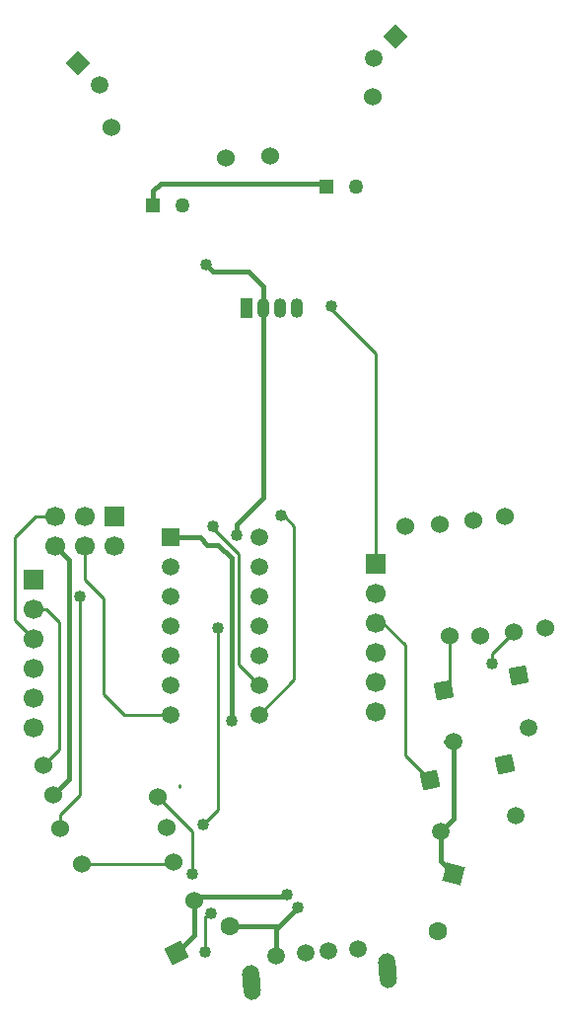
<source format=gbr>
G04 DipTrace 3.3.1.3*
G04 Top.gbr*
%MOIN*%
G04 #@! TF.FileFunction,Copper,L1,Top*
G04 #@! TF.Part,Single*
%AMOUTLINE0*
4,1,4,
0.038575,0.022272,
0.022272,-0.038575,
-0.038575,-0.022272,
-0.022272,0.038575,
0.038575,0.022272,
0*%
%AMOUTLINE3*
4,1,4,
-0.042341,0.013828,
0.013828,0.042341,
0.042341,-0.013828,
-0.013828,-0.042341,
-0.042341,0.013828,
0*%
%AMOUTLINE6*
4,1,4,
0.0,-0.041759,
-0.041759,0.0,
0.0,0.041759,
0.041759,0.0,
0.0,-0.041759,
0*%
%AMOUTLINE9*
4,1,4,
-0.041759,0.0,
0.0,0.041759,
0.041759,0.0,
0.0,-0.041759,
-0.041759,0.0,
0*%
%AMOUTLINE12*
4,1,4,
-0.023433,-0.034563,
-0.034563,0.023433,
0.023433,0.034563,
0.034563,-0.023433,
-0.023433,-0.034563,
0*%
%AMOUTLINE15*
4,1,4,
-0.022755,-0.035014,
-0.035014,0.022755,
0.022755,0.035014,
0.035014,-0.022755,
-0.022755,-0.035014,
0*%
%AMOUTLINE18*
4,1,16,
-0.026997,-0.031857,
-0.023029,-0.044385,
-0.014018,-0.05395,
-0.001749,-0.058657,
0.011346,-0.057576,
0.022677,-0.05092,
0.029997,-0.040007,
0.031857,-0.026997,
0.026997,0.031857,
0.023029,0.044385,
0.014018,0.05395,
0.001749,0.058657,
-0.011346,0.057576,
-0.022677,0.05092,
-0.029997,0.040007,
-0.031857,0.026997,
-0.026997,-0.031857,
0*%
G04 #@! TA.AperFunction,Conductor*
%ADD13C,0.01*%
%ADD14C,0.015*%
G04 #@! TA.AperFunction,ComponentPad*
%ADD18C,0.062992*%
%ADD19C,0.05*%
%ADD20R,0.05X0.05*%
%ADD21O,0.041339X0.066929*%
%ADD22R,0.041339X0.066929*%
%ADD23C,0.059055*%
%ADD24R,0.066929X0.066929*%
%ADD25C,0.066929*%
%ADD26C,0.06*%
%ADD27C,0.06*%
%ADD29C,0.059055*%
%ADD30R,0.059055X0.059055*%
G04 #@! TA.AperFunction,ViaPad*
%ADD34C,0.04*%
G04 #@! TA.AperFunction,ComponentPad*
%ADD84OUTLINE0*%
%ADD87OUTLINE3*%
%ADD90OUTLINE6*%
%ADD93OUTLINE9*%
%ADD96OUTLINE12*%
%ADD99OUTLINE15*%
%ADD102OUTLINE18*%
%FSLAX26Y26*%
G04*
G70*
G90*
G75*
G01*
G04 Top*
%LPD*%
X713393Y1985283D2*
D13*
Y1872784D1*
X775876Y1810301D1*
Y1485335D1*
X844682Y1416529D1*
X1000852D1*
X2088238Y1591574D2*
Y1622582D1*
X2162553Y1696897D1*
X1944419Y1683175D2*
Y1518221D1*
X1926506Y1500308D1*
X1694146Y1728154D2*
X1719567D1*
X1794519Y1653203D1*
Y1280645D1*
X1879914Y1195250D1*
X1163335Y1710312D2*
Y1097876D1*
X1113340Y1047881D1*
X1544545Y2797697D2*
Y2785199D1*
X1694146Y2635598D1*
Y1928154D1*
X1144587Y2054025D2*
X1141462Y2050901D1*
X1232078Y1960285D1*
Y1585304D1*
X1300852Y1516529D1*
X1959897Y1326317D2*
D14*
X1933216Y1326330D1*
X1916693Y1021944D2*
Y921938D1*
X1958329Y880304D1*
X1959897Y1326317D2*
Y1065146D1*
X1916693Y1021944D1*
X1933216Y1038465D2*
X1916693Y1021944D1*
X1000852Y2016529D2*
X1100842D1*
X1125839Y1991532D1*
X1163335D1*
X1207081Y1947787D1*
Y1397844D1*
X1314473Y2791284D2*
Y2862249D1*
X1264536Y2912186D1*
X1145798D1*
X1120801Y2937183D1*
X1082094Y791658D2*
Y673238D1*
X1022493Y613637D1*
X1314473Y2791284D2*
Y2148919D1*
X1225829Y2060275D1*
Y2022779D1*
X1394561Y810406D2*
Y804157D1*
X1094592D1*
X1082094Y791658D1*
X942791Y3136704D2*
Y3185913D1*
X967032Y3210154D1*
X1517562D1*
X1529321Y3198396D1*
X613393Y1985283D2*
X657138Y1941537D1*
Y1200432D1*
X604464Y1147758D1*
X1360175Y604343D2*
Y694779D1*
X1369564Y704167D1*
X1432057Y766661D1*
X1200831Y704167D2*
X1369564D1*
X1010760Y919497D2*
D13*
X997455D1*
X990036Y912078D1*
X700650D1*
X627157Y1032843D2*
Y1080393D1*
X694634Y1147871D1*
Y1816550D1*
X536956Y1774575D2*
X580376D1*
X625892Y1729060D1*
Y1300621D1*
X570852Y1245582D1*
X957107Y1141621D2*
X1075844Y1022884D1*
Y879149D1*
X1138338Y747913D2*
X1132088D1*
X1119590Y735414D1*
Y616676D1*
X613393Y2085283D2*
X544661D1*
X475907Y2016529D1*
Y1735624D1*
X536956Y1674575D1*
X1033310Y1174868D2*
Y1179117D1*
X1375813Y2091522D2*
Y2085283D1*
X1388301D1*
X1419558Y2054025D1*
Y1535235D1*
X1300852Y1416529D1*
D34*
X2088238Y1591574D3*
X1163335Y1710312D3*
X1113340Y1047881D3*
X1544545Y2797697D3*
X1144587Y2054025D3*
X1207081Y1397844D3*
X1120801Y2937183D3*
X1225829Y2022779D3*
X1394561Y810406D3*
X1432057Y766661D3*
X694634Y1816550D3*
X1075844Y879149D3*
X1138338Y747913D3*
X1119590Y616676D3*
X1375813Y2091522D3*
D18*
X1906565Y687117D3*
D84*
X1958329Y880304D3*
D18*
X1200831Y704167D3*
D87*
X1022493Y613637D3*
D19*
X1042791Y3136704D3*
D20*
X942791D3*
D19*
X1629321Y3198396D3*
D20*
X1529321D3*
D21*
X1426973Y2791284D3*
X1314473D3*
D22*
X1258224D3*
D21*
X1370724D3*
D90*
X690183Y3615082D3*
D23*
X760894Y3544371D3*
D93*
X1760280Y3705251D3*
D23*
X1689569Y3634540D3*
D24*
X1694146Y1928154D3*
D25*
Y1828154D3*
Y1728154D3*
Y1628154D3*
Y1528154D3*
Y1428154D3*
D24*
X536956Y1874575D3*
D25*
Y1774575D3*
Y1674575D3*
Y1574575D3*
Y1474575D3*
Y1374575D3*
D24*
X813393Y2085283D3*
D25*
Y1985283D3*
X713393Y2085283D3*
Y1985283D3*
X613393Y2085283D3*
Y1985283D3*
D26*
X1188333Y3297645D3*
D27*
X801962Y3401172D3*
D26*
X1338317Y3303894D3*
D27*
X1684726Y3503894D3*
D26*
X988354Y1035382D3*
D27*
X604464Y1147758D3*
D26*
X1794519Y2054025D3*
D27*
X1944419Y1683175D3*
D26*
X1082094Y791658D3*
D27*
X700650Y912078D3*
D26*
X1010760Y919497D3*
D27*
X627157Y1032843D3*
D26*
X957107Y1141621D3*
D27*
X570852Y1245582D3*
D26*
X2131983Y2085272D3*
D27*
X2268792Y1709396D3*
D26*
X2025745Y2072773D3*
D27*
X2162553Y1696897D3*
D26*
X1913256Y2060275D3*
D27*
X2050065Y1684398D3*
D96*
X1926506Y1500306D3*
D29*
X1959897Y1326316D3*
X2211216Y1374549D3*
D96*
X2177825Y1548538D3*
D99*
X1879915Y1195249D3*
D29*
X1916693Y1021943D3*
X2167024Y1075069D3*
D99*
X2130245Y1248375D3*
D30*
X1000852Y2016529D3*
D23*
Y1916529D3*
Y1816529D3*
Y1716529D3*
Y1616529D3*
Y1516529D3*
Y1416529D3*
X1300852D3*
Y1516529D3*
Y1616529D3*
Y1716529D3*
Y1816529D3*
Y1916529D3*
Y2016529D3*
X1458266Y612443D3*
X1536739Y618923D3*
X1634830Y627022D3*
X1360175Y604345D3*
D102*
X1274772Y514334D3*
X1733839Y552238D3*
M02*

</source>
